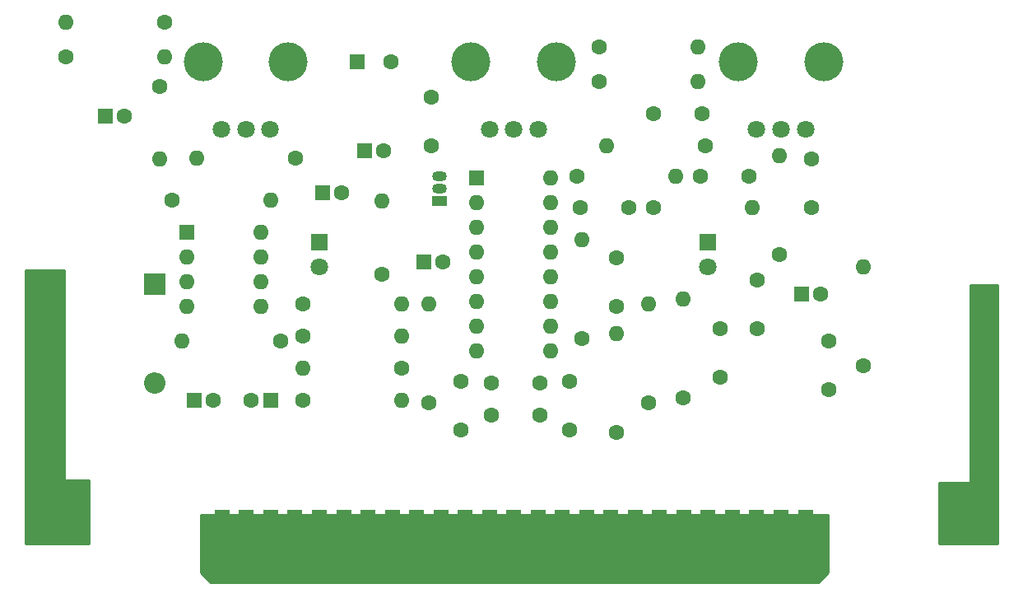
<source format=gbr>
G04 #@! TF.GenerationSoftware,KiCad,Pcbnew,(5.1.7)-1*
G04 #@! TF.CreationDate,2021-01-08T10:37:59-06:00*
G04 #@! TF.ProjectId,ConsolePedalEcho,436f6e73-6f6c-4655-9065-64616c456368,rev?*
G04 #@! TF.SameCoordinates,Original*
G04 #@! TF.FileFunction,Soldermask,Bot*
G04 #@! TF.FilePolarity,Negative*
%FSLAX46Y46*%
G04 Gerber Fmt 4.6, Leading zero omitted, Abs format (unit mm)*
G04 Created by KiCad (PCBNEW (5.1.7)-1) date 2021-01-08 10:37:59*
%MOMM*%
%LPD*%
G01*
G04 APERTURE LIST*
%ADD10R,1.800000X1.800000*%
%ADD11C,1.800000*%
%ADD12R,1.500000X7.000000*%
%ADD13C,5.000000*%
%ADD14C,1.600000*%
%ADD15O,1.600000X1.600000*%
%ADD16R,1.600000X1.600000*%
%ADD17R,2.200000X2.200000*%
%ADD18O,2.200000X2.200000*%
%ADD19C,4.000000*%
%ADD20O,1.500000X1.050000*%
%ADD21R,1.500000X1.050000*%
%ADD22C,0.254000*%
%ADD23C,0.100000*%
G04 APERTURE END LIST*
D10*
G04 #@! TO.C,D2*
X112715000Y-94996000D03*
D11*
X112715000Y-97536000D03*
G04 #@! TD*
G04 #@! TO.C,D3*
X152715000Y-97540000D03*
D10*
X152715000Y-95000000D03*
G04 #@! TD*
D12*
G04 #@! TO.C,J1*
X102715000Y-126000000D03*
X105215000Y-126000000D03*
X107715000Y-126000000D03*
X110215000Y-126000000D03*
X112715000Y-126000000D03*
X115215000Y-126000000D03*
X117715000Y-126000000D03*
X120215000Y-126000000D03*
X122715000Y-126000000D03*
X125215000Y-126000000D03*
X127715000Y-126000000D03*
X130215000Y-126000000D03*
X132715000Y-126000000D03*
X135215000Y-126000000D03*
X137715000Y-126000000D03*
X140215000Y-126000000D03*
X142715000Y-126000000D03*
X145215000Y-126000000D03*
X147715000Y-126000000D03*
X150215000Y-126000000D03*
X152715000Y-126000000D03*
X155215000Y-126000000D03*
X157715000Y-126000000D03*
X160215000Y-126000000D03*
X162715000Y-126000000D03*
G04 #@! TD*
D13*
G04 #@! TO.C,H1*
X85350000Y-122600000D03*
G04 #@! TD*
G04 #@! TO.C,H2*
X180150000Y-122600000D03*
G04 #@! TD*
D14*
G04 #@! TO.C,R21*
X150114000Y-110998000D03*
D15*
X150114000Y-100838000D03*
G04 #@! TD*
D16*
G04 #@! TO.C,C1*
X116586000Y-76454000D03*
D14*
X120086000Y-76454000D03*
G04 #@! TD*
G04 #@! TO.C,C2*
X119348000Y-85598000D03*
D16*
X117348000Y-85598000D03*
G04 #@! TD*
D14*
G04 #@! TO.C,C3*
X124206000Y-85090000D03*
X124206000Y-80090000D03*
G04 #@! TD*
D16*
G04 #@! TO.C,C4*
X90678000Y-82042000D03*
D14*
X92678000Y-82042000D03*
G04 #@! TD*
G04 #@! TO.C,C5*
X115030000Y-89916000D03*
D16*
X113030000Y-89916000D03*
G04 #@! TD*
D14*
G04 #@! TO.C,C6*
X127254000Y-109347000D03*
X127254000Y-114347000D03*
G04 #@! TD*
G04 #@! TO.C,C7*
X130382000Y-112776000D03*
X135382000Y-112776000D03*
G04 #@! TD*
G04 #@! TO.C,C8*
X135382000Y-109474000D03*
X130382000Y-109474000D03*
G04 #@! TD*
G04 #@! TO.C,C9*
X138430000Y-114347000D03*
X138430000Y-109347000D03*
G04 #@! TD*
G04 #@! TO.C,C10*
X143256000Y-101600000D03*
X143256000Y-96600000D03*
G04 #@! TD*
G04 #@! TO.C,C11*
X157734000Y-103886000D03*
X157734000Y-98886000D03*
G04 #@! TD*
G04 #@! TO.C,C12*
X165100000Y-105156000D03*
X165100000Y-110156000D03*
G04 #@! TD*
G04 #@! TO.C,C13*
X144526000Y-91440000D03*
X139526000Y-91440000D03*
G04 #@! TD*
G04 #@! TO.C,C14*
X156892000Y-88265000D03*
X151892000Y-88265000D03*
G04 #@! TD*
G04 #@! TO.C,C15*
X153924000Y-108886000D03*
X153924000Y-103886000D03*
G04 #@! TD*
D15*
G04 #@! TO.C,C16*
X96266000Y-86494000D03*
D14*
X96266000Y-78994000D03*
G04 #@! TD*
G04 #@! TO.C,C17*
X101822000Y-111252000D03*
D16*
X99822000Y-111252000D03*
G04 #@! TD*
G04 #@! TO.C,C18*
X107696000Y-111252000D03*
D14*
X105696000Y-111252000D03*
G04 #@! TD*
G04 #@! TO.C,C19*
X119126000Y-98298000D03*
D15*
X119126000Y-90798000D03*
G04 #@! TD*
D16*
G04 #@! TO.C,C20*
X123444000Y-97028000D03*
D14*
X125444000Y-97028000D03*
G04 #@! TD*
D16*
G04 #@! TO.C,C21*
X162306000Y-100330000D03*
D14*
X164306000Y-100330000D03*
G04 #@! TD*
G04 #@! TO.C,C22*
X163322000Y-86440000D03*
X163322000Y-91440000D03*
G04 #@! TD*
G04 #@! TO.C,C23*
X152066000Y-81788000D03*
X147066000Y-81788000D03*
G04 #@! TD*
D17*
G04 #@! TO.C,D1*
X95758000Y-99314000D03*
D18*
X95758000Y-109474000D03*
G04 #@! TD*
D14*
G04 #@! TO.C,R1*
X96774000Y-72390000D03*
D15*
X86614000Y-72390000D03*
G04 #@! TD*
D14*
G04 #@! TO.C,R2*
X86614000Y-75946000D03*
D15*
X96774000Y-75946000D03*
G04 #@! TD*
G04 #@! TO.C,R3*
X100076000Y-86360000D03*
D14*
X110236000Y-86360000D03*
G04 #@! TD*
D15*
G04 #@! TO.C,R4*
X143256000Y-104394000D03*
D14*
X143256000Y-114554000D03*
G04 #@! TD*
D15*
G04 #@! TO.C,R5*
X151638000Y-78486000D03*
D14*
X141478000Y-78486000D03*
G04 #@! TD*
G04 #@! TO.C,R6*
X139700000Y-104902000D03*
D15*
X139700000Y-94742000D03*
G04 #@! TD*
G04 #@! TO.C,R7*
X146558000Y-101346000D03*
D14*
X146558000Y-111506000D03*
G04 #@! TD*
D15*
G04 #@! TO.C,R8*
X157226000Y-91440000D03*
D14*
X147066000Y-91440000D03*
G04 #@! TD*
G04 #@! TO.C,R9*
X139192000Y-88265000D03*
D15*
X149352000Y-88265000D03*
G04 #@! TD*
G04 #@! TO.C,R10*
X168656000Y-97536000D03*
D14*
X168656000Y-107696000D03*
G04 #@! TD*
G04 #@! TO.C,R11*
X121158000Y-107950000D03*
D15*
X110998000Y-107950000D03*
G04 #@! TD*
D14*
G04 #@! TO.C,R12*
X108712000Y-105156000D03*
D15*
X98552000Y-105156000D03*
G04 #@! TD*
G04 #@! TO.C,R13*
X107696000Y-90678000D03*
D14*
X97536000Y-90678000D03*
G04 #@! TD*
G04 #@! TO.C,R14*
X141478000Y-74930000D03*
D15*
X151638000Y-74930000D03*
G04 #@! TD*
D14*
G04 #@! TO.C,R15*
X110998000Y-111252000D03*
D15*
X121158000Y-111252000D03*
G04 #@! TD*
G04 #@! TO.C,R16*
X121158000Y-101346000D03*
D14*
X110998000Y-101346000D03*
G04 #@! TD*
D15*
G04 #@! TO.C,R17*
X123952000Y-101346000D03*
D14*
X123952000Y-111506000D03*
G04 #@! TD*
D15*
G04 #@! TO.C,R18*
X121158000Y-104648000D03*
D14*
X110998000Y-104648000D03*
G04 #@! TD*
G04 #@! TO.C,R19*
X160020000Y-96266000D03*
D15*
X160020000Y-86106000D03*
G04 #@! TD*
D14*
G04 #@! TO.C,R20*
X152400000Y-85090000D03*
D15*
X142240000Y-85090000D03*
G04 #@! TD*
D19*
G04 #@! TO.C,RV1*
X109539000Y-76439000D03*
X100739000Y-76439000D03*
D11*
X107639000Y-83439000D03*
X105139000Y-83439000D03*
X102639000Y-83439000D03*
G04 #@! TD*
G04 #@! TO.C,RV2*
X130215000Y-83439000D03*
X132715000Y-83439000D03*
X135215000Y-83439000D03*
D19*
X128315000Y-76439000D03*
X137115000Y-76439000D03*
G04 #@! TD*
D11*
G04 #@! TO.C,RV3*
X157715000Y-83439000D03*
X160215000Y-83439000D03*
X162715000Y-83439000D03*
D19*
X155815000Y-76439000D03*
X164615000Y-76439000D03*
G04 #@! TD*
D20*
G04 #@! TO.C,U1*
X125095000Y-89535000D03*
X125095000Y-88265000D03*
D21*
X125095000Y-90805000D03*
G04 #@! TD*
D16*
G04 #@! TO.C,U2*
X128905000Y-88392000D03*
D15*
X136525000Y-106172000D03*
X128905000Y-90932000D03*
X136525000Y-103632000D03*
X128905000Y-93472000D03*
X136525000Y-101092000D03*
X128905000Y-96012000D03*
X136525000Y-98552000D03*
X128905000Y-98552000D03*
X136525000Y-96012000D03*
X128905000Y-101092000D03*
X136525000Y-93472000D03*
X128905000Y-103632000D03*
X136525000Y-90932000D03*
X128905000Y-106172000D03*
X136525000Y-88392000D03*
G04 #@! TD*
D16*
G04 #@! TO.C,U3*
X99060000Y-93980000D03*
D15*
X106680000Y-101600000D03*
X99060000Y-96520000D03*
X106680000Y-99060000D03*
X99060000Y-99060000D03*
X106680000Y-96520000D03*
X99060000Y-101600000D03*
X106680000Y-93980000D03*
G04 #@! TD*
D22*
X165000000Y-129000000D02*
X164000000Y-130000000D01*
X101500000Y-130000000D01*
X100500000Y-129000000D01*
X100500000Y-123063000D01*
X165000000Y-123063000D01*
X165000000Y-129000000D01*
D23*
G36*
X165000000Y-129000000D02*
G01*
X164000000Y-130000000D01*
X101500000Y-130000000D01*
X100500000Y-129000000D01*
X100500000Y-123063000D01*
X165000000Y-123063000D01*
X165000000Y-129000000D01*
G37*
D22*
X86487000Y-119380000D02*
X86489440Y-119404776D01*
X86496667Y-119428601D01*
X86508403Y-119450557D01*
X86524197Y-119469803D01*
X86543443Y-119485597D01*
X86565399Y-119497333D01*
X86589224Y-119504560D01*
X86614000Y-119507000D01*
X89000000Y-119507000D01*
X89000000Y-126000000D01*
X82500000Y-126000000D01*
X82500000Y-97917000D01*
X86487000Y-97917000D01*
X86487000Y-119380000D01*
D23*
G36*
X86487000Y-119380000D02*
G01*
X86489440Y-119404776D01*
X86496667Y-119428601D01*
X86508403Y-119450557D01*
X86524197Y-119469803D01*
X86543443Y-119485597D01*
X86565399Y-119497333D01*
X86589224Y-119504560D01*
X86614000Y-119507000D01*
X89000000Y-119507000D01*
X89000000Y-126000000D01*
X82500000Y-126000000D01*
X82500000Y-97917000D01*
X86487000Y-97917000D01*
X86487000Y-119380000D01*
G37*
D22*
X182499000Y-126000000D02*
X176500000Y-126000000D01*
X176500000Y-119761000D01*
X179578000Y-119761000D01*
X179602776Y-119758560D01*
X179626601Y-119751333D01*
X179648557Y-119739597D01*
X179667803Y-119723803D01*
X179683597Y-119704557D01*
X179695333Y-119682601D01*
X179702560Y-119658776D01*
X179705000Y-119634000D01*
X179705000Y-99441000D01*
X182499000Y-99441000D01*
X182499000Y-126000000D01*
D23*
G36*
X182499000Y-126000000D02*
G01*
X176500000Y-126000000D01*
X176500000Y-119761000D01*
X179578000Y-119761000D01*
X179602776Y-119758560D01*
X179626601Y-119751333D01*
X179648557Y-119739597D01*
X179667803Y-119723803D01*
X179683597Y-119704557D01*
X179695333Y-119682601D01*
X179702560Y-119658776D01*
X179705000Y-119634000D01*
X179705000Y-99441000D01*
X182499000Y-99441000D01*
X182499000Y-126000000D01*
G37*
M02*

</source>
